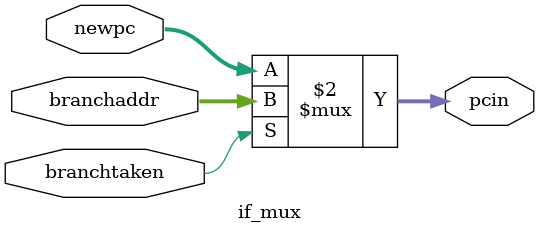
<source format=v>
module if_mux(input [31:0]newpc,input [31:0]branchaddr,input branchtaken,output [31:0]pcin);
assign pcin=(branchtaken==1'b1)?branchaddr:
newpc;
endmodule



</source>
